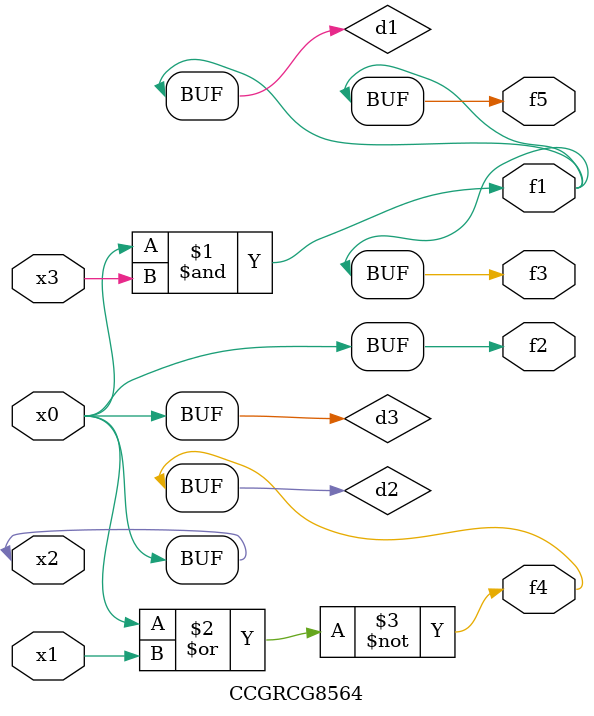
<source format=v>
module CCGRCG8564(
	input x0, x1, x2, x3,
	output f1, f2, f3, f4, f5
);

	wire d1, d2, d3;

	and (d1, x2, x3);
	nor (d2, x0, x1);
	buf (d3, x0, x2);
	assign f1 = d1;
	assign f2 = d3;
	assign f3 = d1;
	assign f4 = d2;
	assign f5 = d1;
endmodule

</source>
